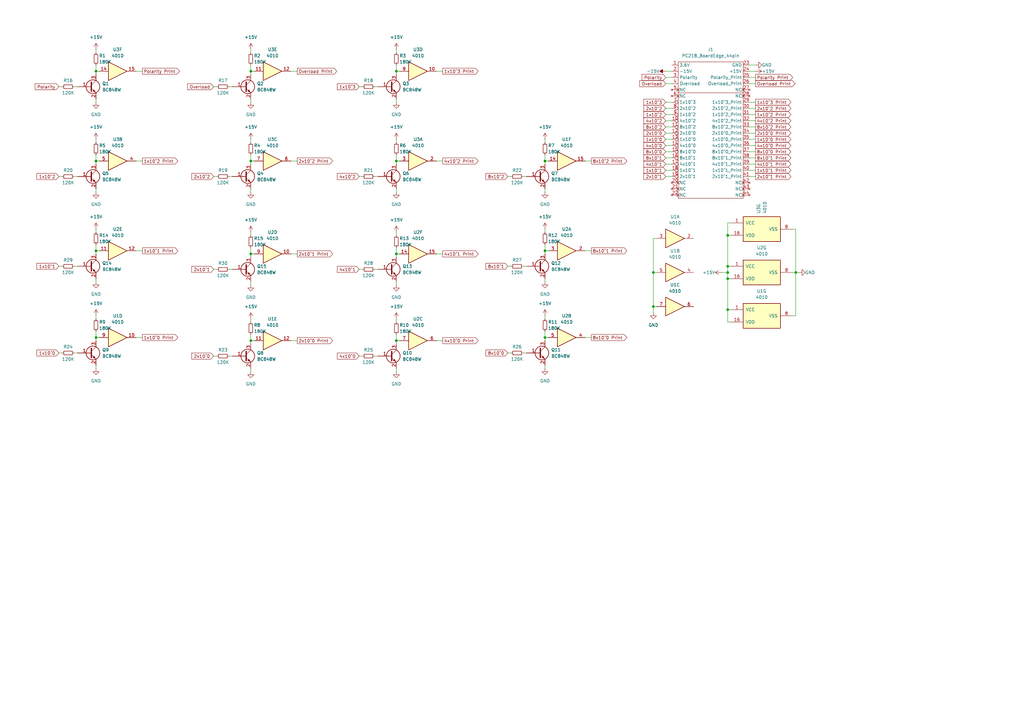
<source format=kicad_sch>
(kicad_sch (version 20211123) (generator eeschema)
  (paper "A3")
  (lib_symbols
    (symbol "4xxx:4010" (pin_names (offset 1.016))
      (property "Reference" "U" (at 0 1.27 0))
      (property "Value" "4010" (at 0 -1.27 0))
      (symbol "4010_1_0"
        (polyline (pts (xy -3.81 3.81) (xy -3.81 -3.81) (xy 3.81 0) (xy -3.81 3.81)) (stroke (width 0.254)) (fill (type background)))
        (pin output line (at 7.62 0 180) (length 3.81) (name "~") (number "2"))
        (pin input line (at -7.62 0 0) (length 3.81) (name "~") (number "3"))
      )
      (symbol "4010_2_0"
        (polyline (pts (xy -3.81 3.81) (xy -3.81 -3.81) (xy 3.81 0) (xy -3.81 3.81)) (stroke (width 0.254)) (fill (type background)))
        (pin output line (at 7.62 0 180) (length 3.81) (name "~") (number "4"))
        (pin input line (at -7.62 0 0) (length 3.81) (name "~") (number "5"))
      )
      (symbol "4010_3_0"
        (polyline (pts (xy -3.81 3.81) (xy -3.81 -3.81) (xy 3.81 0) (xy -3.81 3.81)) (stroke (width 0.254)) (fill (type background)))
        (pin output line (at 7.62 0 180) (length 3.81) (name "~") (number "6"))
        (pin input line (at -7.62 0 0) (length 3.81) (name "~") (number "7"))
      )
      (symbol "4010_4_0"
        (polyline (pts (xy -3.81 3.81) (xy -3.81 -3.81) (xy 3.81 0) (xy -3.81 3.81)) (stroke (width 0.254)) (fill (type background)))
        (pin output line (at 7.62 0 180) (length 3.81) (name "~") (number "10"))
        (pin input line (at -7.62 0 0) (length 3.81) (name "~") (number "9"))
      )
      (symbol "4010_5_0"
        (polyline (pts (xy -3.81 3.81) (xy -3.81 -3.81) (xy 3.81 0) (xy -3.81 3.81)) (stroke (width 0.254)) (fill (type background)))
        (pin input line (at -7.62 0 0) (length 3.81) (name "~") (number "11"))
        (pin output line (at 7.62 0 180) (length 3.81) (name "~") (number "12"))
      )
      (symbol "4010_6_0"
        (polyline (pts (xy -3.81 3.81) (xy -3.81 -3.81) (xy 3.81 0) (xy -3.81 3.81)) (stroke (width 0.254)) (fill (type background)))
        (pin input line (at -7.62 0 0) (length 3.81) (name "~") (number "14"))
        (pin output line (at 7.62 0 180) (length 3.81) (name "~") (number "15"))
      )
      (symbol "4010_7_0"
        (pin power_in line (at 2.54 12.7 270) (length 5.08) (name "VCC") (number "1"))
        (pin power_in line (at -2.54 12.7 270) (length 5.08) (name "VDD") (number "16"))
        (pin power_in line (at 0 -12.7 90) (length 5.08) (name "VSS") (number "8"))
      )
      (symbol "4010_7_1"
        (rectangle (start -5.08 7.62) (end 5.08 -7.62) (stroke (width 0.254)) (fill (type background)))
      )
    )
    (symbol "Device:R_Small" (pin_numbers hide) (pin_names (offset 0.254) hide)
      (property "Reference" "R" (at 0.762 0.508 0))
      (property "Value" "R_Small" (at 0.762 -1.016 0))
      (symbol "R_Small_0_1"
        (rectangle (start -0.762 1.778) (end 0.762 -1.778) (stroke (width 0.2032)))
      )
      (symbol "R_Small_1_1"
        (pin passive line (at 0 2.54 270) (length 0.762) (name "~") (number "1"))
        (pin passive line (at 0 -2.54 90) (length 0.762) (name "~") (number "2"))
      )
    )
    (symbol "Transistor_BJT:BC848W" (pin_names (offset 0) hide)
      (property "Reference" "Q" (at 5.08 1.905 0))
      (property "Value" "BC848W" (at 5.08 0 0))
      (symbol "BC848W_0_1"
        (polyline (pts (xy 0.635 0.635) (xy 2.54 2.54)))
        (polyline (pts (xy 0.635 -0.635) (xy 2.54 -2.54) (xy 2.54 -2.54)))
        (polyline (pts (xy 0.635 1.905) (xy 0.635 -1.905) (xy 0.635 -1.905)) (stroke (width 0.508)))
        (polyline (pts (xy 1.27 -1.778) (xy 1.778 -1.27) (xy 2.286 -2.286) (xy 1.27 -1.778) (xy 1.27 -1.778)) (fill (type outline)))
        (circle (center 1.27 0) (radius 2.8194) (stroke (width 0.254)))
      )
      (symbol "BC848W_1_1"
        (pin input line (at -5.08 0 0) (length 5.715) (name "B") (number "1"))
        (pin passive line (at 2.54 -5.08 90) (length 2.54) (name "E") (number "2"))
        (pin passive line (at 2.54 5.08 270) (length 2.54) (name "C") (number "3"))
      )
    )
    (symbol "keithley_615_sym_library:PC218_BoardEdge_44pin"
      (property "Reference" "J" (at -1.27 0 0))
      (property "Value" "PC218_BoardEdge_44pin" (at 0 -58.42 0))
      (symbol "PC218_BoardEdge_44pin_0_1"
        (rectangle (start -13.97 -1.27) (end 12.7 -57.15))
        (polyline (pts (xy -13.97 -13.97) (xy 12.7 -13.97)))
      )
      (symbol "PC218_BoardEdge_44pin_1_1"
        (pin power_out line (at -16.51 -2.54 0) (length 2.54) (name "3.6V") (number "1"))
        (pin output inverted (at -16.51 -25.4 0) (length 2.54) (name "4x10^2") (number "10"))
        (pin output inverted (at -16.51 -27.94 0) (length 2.54) (name "8x10^2") (number "11"))
        (pin output inverted (at -16.51 -30.48 0) (length 2.54) (name "2x10^0") (number "12"))
        (pin output inverted (at -16.51 -33.02 0) (length 2.54) (name "1x10^0") (number "13"))
        (pin output inverted (at -16.51 -35.56 0) (length 2.54) (name "4x10^0") (number "14"))
        (pin output inverted (at -16.51 -38.1 0) (length 2.54) (name "8x10^0") (number "15"))
        (pin output inverted (at -16.51 -40.64 0) (length 2.54) (name "8x10^1") (number "16"))
        (pin output inverted (at -16.51 -43.18 0) (length 2.54) (name "4x10^1") (number "17"))
        (pin output inverted (at -16.51 -45.72 0) (length 2.54) (name "1x10^1") (number "18"))
        (pin output inverted (at -16.51 -48.26 0) (length 2.54) (name "2x10^1") (number "19"))
        (pin power_out line (at -16.51 -5.08 0) (length 2.54) (name "-15V") (number "2"))
        (pin no_connect non_logic (at -16.51 -50.8 0) (length 2.54) (name "NC") (number "20"))
        (pin no_connect non_logic (at -16.51 -53.34 0) (length 2.54) (name "NC") (number "21"))
        (pin no_connect non_logic (at -16.51 -55.88 0) (length 2.54) (name "NC") (number "22"))
        (pin power_out line (at 15.24 -2.54 180) (length 2.54) (name "GND") (number "23"))
        (pin power_out line (at 15.24 -5.08 180) (length 2.54) (name "+15V") (number "24"))
        (pin input line (at 15.24 -7.62 180) (length 2.54) (name "Polarity_Print") (number "25"))
        (pin input line (at 15.24 -10.16 180) (length 2.54) (name "Overload_Print") (number "26"))
        (pin no_connect non_logic (at 15.24 -12.7 180) (length 2.54) (name "NC") (number "27"))
        (pin no_connect non_logic (at 15.24 -15.24 180) (length 2.54) (name "NC") (number "28"))
        (pin input line (at 15.24 -17.78 180) (length 2.54) (name "1x10^3_Print") (number "29"))
        (pin output line (at -16.51 -7.62 0) (length 2.54) (name "Polarity") (number "3"))
        (pin input line (at 15.24 -20.32 180) (length 2.54) (name "2x10^2_Print") (number "30"))
        (pin input line (at 15.24 -22.86 180) (length 2.54) (name "1x10^2_Print") (number "31"))
        (pin input line (at 15.24 -25.4 180) (length 2.54) (name "4x10^2_Print") (number "32"))
        (pin input line (at 15.24 -27.94 180) (length 2.54) (name "8x10^2_Print") (number "33"))
        (pin input line (at 15.24 -30.48 180) (length 2.54) (name "2x10^0_Print") (number "34"))
        (pin input line (at 15.24 -33.02 180) (length 2.54) (name "1x10^0_Print") (number "35"))
        (pin input line (at 15.24 -35.56 180) (length 2.54) (name "4x10^0_Print") (number "36"))
        (pin input line (at 15.24 -38.1 180) (length 2.54) (name "8x10^0_Print") (number "37"))
        (pin input line (at 15.24 -40.64 180) (length 2.54) (name "8x10^1_Print") (number "38"))
        (pin input line (at 15.24 -43.18 180) (length 2.54) (name "4x10^1_Print") (number "39"))
        (pin output line (at -16.51 -10.16 0) (length 2.54) (name "Overload") (number "4"))
        (pin input line (at 15.24 -45.72 180) (length 2.54) (name "1x10^1_Print") (number "40"))
        (pin input line (at 15.24 -48.26 180) (length 2.54) (name "2x10^1_Print") (number "41"))
        (pin no_connect non_logic (at 15.24 -50.8 180) (length 2.54) (name "NC") (number "42"))
        (pin no_connect non_logic (at 15.24 -53.34 180) (length 2.54) (name "NC") (number "43"))
        (pin no_connect non_logic (at 15.24 -55.88 180) (length 2.54) (name "NC") (number "44"))
        (pin no_connect non_logic (at -16.51 -12.7 0) (length 2.54) (name "NC") (number "5"))
        (pin no_connect non_logic (at -16.51 -15.24 0) (length 2.54) (name "NC") (number "6"))
        (pin output inverted (at -16.51 -17.78 0) (length 2.54) (name "1x10^3") (number "7"))
        (pin output inverted (at -16.51 -20.32 0) (length 2.54) (name "2x10^2") (number "8"))
        (pin output inverted (at -16.51 -22.86 0) (length 2.54) (name "1x10^2") (number "9"))
      )
    )
    (symbol "power:+15V" (power) (pin_names (offset 0))
      (property "Value" "+15V" (at 0 3.556 0))
      (symbol "+15V_0_1"
        (polyline (pts (xy -0.762 1.27) (xy 0 2.54)))
        (polyline (pts (xy 0 0) (xy 0 2.54)))
        (polyline (pts (xy 0 2.54) (xy 0.762 1.27)))
      )
      (symbol "+15V_1_1"
        (pin power_in line (at 0 0 90) (length 0) hide (name "+15V") (number "1"))
      )
    )
    (symbol "power:-15V" (power) (pin_names (offset 0))
      (property "Value" "-15V" (at 0 3.81 0))
      (symbol "-15V_0_0"
        (pin power_in line (at 0 0 90) (length 0) hide (name "-15V") (number "1"))
      )
      (symbol "-15V_0_1"
        (polyline (pts (xy 0 0) (xy 0 1.27) (xy 0.762 1.27) (xy 0 2.54) (xy -0.762 1.27) (xy 0 1.27)) (fill (type outline)))
      )
    )
    (symbol "power:GND" (power) (pin_names (offset 0))
      (property "Value" "GND" (at 0 -3.81 0))
      (symbol "GND_0_1"
        (polyline (pts (xy 0 0) (xy 0 -1.27) (xy 1.27 -1.27) (xy 0 -2.54) (xy -1.27 -1.27) (xy 0 -1.27)))
      )
      (symbol "GND_1_1"
        (pin power_in line (at 0 0 270) (length 0) hide (name "GND") (number "1"))
      )
    )
  )
  (junction (at 298.45 127))
  (junction (at 102.87 104.14))
  (junction (at 267.97 125.73))
  (junction (at 162.56 29.21))
  (junction (at 298.45 96.52))
  (junction (at 39.37 66.04))
  (junction (at 162.56 139.7))
  (junction (at 298.45 109.22))
  (junction (at 298.45 111.76))
  (junction (at 162.56 104.14))
  (junction (at 39.37 29.21))
  (junction (at 102.87 139.7))
  (junction (at 223.52 138.43))
  (junction (at 298.45 114.3))
  (junction (at 39.37 138.43))
  (junction (at 162.56 66.04))
  (junction (at 223.52 66.04))
  (junction (at 102.87 29.21))
  (junction (at 223.52 102.87))
  (junction (at 102.87 66.04))
  (junction (at 39.37 102.87))
  (junction (at 267.97 111.76))
  (junction (at 326.39 111.76))
  (wire (pts (xy 102.87 40.64) (xy 102.87 41.91)))
  (wire (pts (xy 325.12 93.98) (xy 326.39 93.98)))
  (wire (pts (xy 102.87 139.7) (xy 104.14 139.7)))
  (wire (pts (xy 307.34 59.69) (xy 309.88 59.69)))
  (wire (pts (xy 307.34 29.21) (xy 309.88 29.21)))
  (wire (pts (xy 39.37 130.81) (xy 39.37 129.54)))
  (wire (pts (xy 223.52 66.04) (xy 223.52 67.31)))
  (wire (pts (xy 273.05 29.21) (xy 275.59 29.21)))
  (wire (pts (xy 273.05 64.77) (xy 275.59 64.77)))
  (wire (pts (xy 298.45 109.22) (xy 299.72 109.22)))
  (wire (pts (xy 162.56 96.52) (xy 162.56 95.25)))
  (wire (pts (xy 298.45 111.76) (xy 298.45 109.22)))
  (wire (pts (xy 223.52 138.43) (xy 224.79 138.43)))
  (wire (pts (xy 273.05 52.07) (xy 275.59 52.07)))
  (wire (pts (xy 240.03 102.87) (xy 242.57 102.87)))
  (wire (pts (xy 273.05 59.69) (xy 275.59 59.69)))
  (wire (pts (xy 39.37 95.25) (xy 39.37 93.98)))
  (wire (pts (xy 273.05 67.31) (xy 275.59 67.31)))
  (wire (pts (xy 208.28 72.39) (xy 209.55 72.39)))
  (wire (pts (xy 39.37 114.3) (xy 39.37 115.57)))
  (wire (pts (xy 162.56 115.57) (xy 162.56 116.84)))
  (wire (pts (xy 269.24 97.79) (xy 267.97 97.79)))
  (wire (pts (xy 179.07 104.14) (xy 181.61 104.14)))
  (wire (pts (xy 223.52 77.47) (xy 223.52 78.74)))
  (wire (pts (xy 24.13 35.56) (xy 25.4 35.56)))
  (wire (pts (xy 325.12 111.76) (xy 326.39 111.76)))
  (wire (pts (xy 102.87 101.6) (xy 102.87 104.14)))
  (wire (pts (xy 153.67 146.05) (xy 154.94 146.05)))
  (wire (pts (xy 273.05 57.15) (xy 275.59 57.15)))
  (wire (pts (xy 307.34 69.85) (xy 309.88 69.85)))
  (wire (pts (xy 307.34 57.15) (xy 309.88 57.15)))
  (wire (pts (xy 119.38 29.21) (xy 121.92 29.21)))
  (wire (pts (xy 273.05 72.39) (xy 275.59 72.39)))
  (wire (pts (xy 162.56 40.64) (xy 162.56 41.91)))
  (wire (pts (xy 223.52 58.42) (xy 223.52 57.15)))
  (wire (pts (xy 102.87 139.7) (xy 102.87 140.97)))
  (wire (pts (xy 307.34 44.45) (xy 309.88 44.45)))
  (wire (pts (xy 162.56 132.08) (xy 162.56 130.81)))
  (wire (pts (xy 102.87 77.47) (xy 102.87 78.74)))
  (wire (pts (xy 298.45 127) (xy 299.72 127)))
  (wire (pts (xy 223.52 102.87) (xy 224.79 102.87)))
  (wire (pts (xy 102.87 104.14) (xy 104.14 104.14)))
  (wire (pts (xy 223.52 114.3) (xy 223.52 115.57)))
  (wire (pts (xy 162.56 77.47) (xy 162.56 78.74)))
  (wire (pts (xy 208.28 109.22) (xy 209.55 109.22)))
  (wire (pts (xy 299.72 91.44) (xy 298.45 91.44)))
  (wire (pts (xy 93.98 35.56) (xy 95.25 35.56)))
  (wire (pts (xy 39.37 102.87) (xy 40.64 102.87)))
  (wire (pts (xy 273.05 62.23) (xy 275.59 62.23)))
  (wire (pts (xy 87.63 35.56) (xy 88.9 35.56)))
  (wire (pts (xy 55.88 102.87) (xy 58.42 102.87)))
  (wire (pts (xy 307.34 72.39) (xy 309.88 72.39)))
  (wire (pts (xy 162.56 29.21) (xy 163.83 29.21)))
  (wire (pts (xy 273.05 46.99) (xy 275.59 46.99)))
  (wire (pts (xy 39.37 102.87) (xy 39.37 104.14)))
  (wire (pts (xy 295.91 111.76) (xy 298.45 111.76)))
  (wire (pts (xy 102.87 115.57) (xy 102.87 116.84)))
  (wire (pts (xy 87.63 110.49) (xy 88.9 110.49)))
  (wire (pts (xy 39.37 21.59) (xy 39.37 20.32)))
  (wire (pts (xy 102.87 137.16) (xy 102.87 139.7)))
  (wire (pts (xy 273.05 69.85) (xy 275.59 69.85)))
  (wire (pts (xy 39.37 100.33) (xy 39.37 102.87)))
  (wire (pts (xy 307.34 49.53) (xy 309.88 49.53)))
  (wire (pts (xy 147.32 110.49) (xy 148.59 110.49)))
  (wire (pts (xy 162.56 139.7) (xy 162.56 140.97)))
  (wire (pts (xy 307.34 31.75) (xy 309.88 31.75)))
  (wire (pts (xy 162.56 151.13) (xy 162.56 152.4)))
  (wire (pts (xy 102.87 66.04) (xy 104.14 66.04)))
  (wire (pts (xy 102.87 63.5) (xy 102.87 66.04)))
  (wire (pts (xy 223.52 130.81) (xy 223.52 129.54)))
  (wire (pts (xy 223.52 102.87) (xy 223.52 104.14)))
  (wire (pts (xy 55.88 66.04) (xy 58.42 66.04)))
  (wire (pts (xy 147.32 146.05) (xy 148.59 146.05)))
  (wire (pts (xy 307.34 64.77) (xy 309.88 64.77)))
  (wire (pts (xy 55.88 29.21) (xy 58.42 29.21)))
  (wire (pts (xy 93.98 72.39) (xy 95.25 72.39)))
  (wire (pts (xy 240.03 138.43) (xy 242.57 138.43)))
  (wire (pts (xy 162.56 104.14) (xy 163.83 104.14)))
  (wire (pts (xy 147.32 35.56) (xy 148.59 35.56)))
  (wire (pts (xy 326.39 93.98) (xy 326.39 111.76)))
  (wire (pts (xy 30.48 35.56) (xy 31.75 35.56)))
  (wire (pts (xy 147.32 72.39) (xy 148.59 72.39)))
  (wire (pts (xy 223.52 100.33) (xy 223.52 102.87)))
  (wire (pts (xy 102.87 58.42) (xy 102.87 57.15)))
  (wire (pts (xy 102.87 26.67) (xy 102.87 29.21)))
  (wire (pts (xy 267.97 125.73) (xy 267.97 128.27)))
  (wire (pts (xy 30.48 109.22) (xy 31.75 109.22)))
  (wire (pts (xy 298.45 114.3) (xy 299.72 114.3)))
  (wire (pts (xy 179.07 139.7) (xy 181.61 139.7)))
  (wire (pts (xy 273.05 54.61) (xy 275.59 54.61)))
  (wire (pts (xy 223.52 66.04) (xy 224.79 66.04)))
  (wire (pts (xy 267.97 125.73) (xy 269.24 125.73)))
  (wire (pts (xy 298.45 91.44) (xy 298.45 96.52)))
  (wire (pts (xy 273.05 34.29) (xy 275.59 34.29)))
  (wire (pts (xy 39.37 138.43) (xy 39.37 139.7)))
  (wire (pts (xy 307.34 46.99) (xy 309.88 46.99)))
  (wire (pts (xy 298.45 109.22) (xy 298.45 96.52)))
  (wire (pts (xy 55.88 138.43) (xy 58.42 138.43)))
  (wire (pts (xy 39.37 29.21) (xy 40.64 29.21)))
  (wire (pts (xy 162.56 21.59) (xy 162.56 20.32)))
  (wire (pts (xy 39.37 26.67) (xy 39.37 29.21)))
  (wire (pts (xy 267.97 111.76) (xy 269.24 111.76)))
  (wire (pts (xy 87.63 72.39) (xy 88.9 72.39)))
  (wire (pts (xy 102.87 29.21) (xy 104.14 29.21)))
  (wire (pts (xy 24.13 72.39) (xy 25.4 72.39)))
  (wire (pts (xy 39.37 29.21) (xy 39.37 30.48)))
  (wire (pts (xy 298.45 132.08) (xy 298.45 127)))
  (wire (pts (xy 39.37 66.04) (xy 40.64 66.04)))
  (wire (pts (xy 162.56 63.5) (xy 162.56 66.04)))
  (wire (pts (xy 307.34 26.67) (xy 309.88 26.67)))
  (wire (pts (xy 326.39 111.76) (xy 326.39 129.54)))
  (wire (pts (xy 273.05 31.75) (xy 275.59 31.75)))
  (wire (pts (xy 307.34 67.31) (xy 309.88 67.31)))
  (wire (pts (xy 153.67 72.39) (xy 154.94 72.39)))
  (wire (pts (xy 24.13 109.22) (xy 25.4 109.22)))
  (wire (pts (xy 162.56 58.42) (xy 162.56 57.15)))
  (wire (pts (xy 39.37 63.5) (xy 39.37 66.04)))
  (wire (pts (xy 102.87 151.13) (xy 102.87 152.4)))
  (wire (pts (xy 273.05 49.53) (xy 275.59 49.53)))
  (wire (pts (xy 214.63 72.39) (xy 215.9 72.39)))
  (wire (pts (xy 162.56 66.04) (xy 163.83 66.04)))
  (wire (pts (xy 102.87 96.52) (xy 102.87 95.25)))
  (wire (pts (xy 162.56 26.67) (xy 162.56 29.21)))
  (wire (pts (xy 208.28 144.78) (xy 209.55 144.78)))
  (wire (pts (xy 307.34 34.29) (xy 309.88 34.29)))
  (wire (pts (xy 223.52 138.43) (xy 223.52 139.7)))
  (wire (pts (xy 298.45 96.52) (xy 299.72 96.52)))
  (wire (pts (xy 326.39 111.76) (xy 327.66 111.76)))
  (wire (pts (xy 153.67 35.56) (xy 154.94 35.56)))
  (wire (pts (xy 267.97 97.79) (xy 267.97 111.76)))
  (wire (pts (xy 179.07 66.04) (xy 181.61 66.04)))
  (wire (pts (xy 93.98 146.05) (xy 95.25 146.05)))
  (wire (pts (xy 30.48 144.78) (xy 31.75 144.78)))
  (wire (pts (xy 273.05 44.45) (xy 275.59 44.45)))
  (wire (pts (xy 39.37 138.43) (xy 40.64 138.43)))
  (wire (pts (xy 119.38 66.04) (xy 121.92 66.04)))
  (wire (pts (xy 102.87 21.59) (xy 102.87 20.32)))
  (wire (pts (xy 223.52 149.86) (xy 223.52 151.13)))
  (wire (pts (xy 102.87 66.04) (xy 102.87 67.31)))
  (wire (pts (xy 307.34 41.91) (xy 309.88 41.91)))
  (wire (pts (xy 24.13 144.78) (xy 25.4 144.78)))
  (wire (pts (xy 39.37 58.42) (xy 39.37 57.15)))
  (wire (pts (xy 214.63 109.22) (xy 215.9 109.22)))
  (wire (pts (xy 119.38 104.14) (xy 121.92 104.14)))
  (wire (pts (xy 162.56 104.14) (xy 162.56 105.41)))
  (wire (pts (xy 223.52 135.89) (xy 223.52 138.43)))
  (wire (pts (xy 179.07 29.21) (xy 181.61 29.21)))
  (wire (pts (xy 162.56 66.04) (xy 162.56 67.31)))
  (wire (pts (xy 30.48 72.39) (xy 31.75 72.39)))
  (wire (pts (xy 223.52 95.25) (xy 223.52 93.98)))
  (wire (pts (xy 307.34 54.61) (xy 309.88 54.61)))
  (wire (pts (xy 119.38 139.7) (xy 121.92 139.7)))
  (wire (pts (xy 102.87 132.08) (xy 102.87 130.81)))
  (wire (pts (xy 214.63 144.78) (xy 215.9 144.78)))
  (wire (pts (xy 162.56 101.6) (xy 162.56 104.14)))
  (wire (pts (xy 267.97 111.76) (xy 267.97 125.73)))
  (wire (pts (xy 162.56 137.16) (xy 162.56 139.7)))
  (wire (pts (xy 326.39 129.54) (xy 325.12 129.54)))
  (wire (pts (xy 102.87 29.21) (xy 102.87 30.48)))
  (wire (pts (xy 93.98 110.49) (xy 95.25 110.49)))
  (wire (pts (xy 39.37 135.89) (xy 39.37 138.43)))
  (wire (pts (xy 298.45 114.3) (xy 298.45 111.76)))
  (wire (pts (xy 273.05 41.91) (xy 275.59 41.91)))
  (wire (pts (xy 39.37 66.04) (xy 39.37 67.31)))
  (wire (pts (xy 240.03 66.04) (xy 242.57 66.04)))
  (wire (pts (xy 102.87 104.14) (xy 102.87 105.41)))
  (wire (pts (xy 153.67 110.49) (xy 154.94 110.49)))
  (wire (pts (xy 299.72 132.08) (xy 298.45 132.08)))
  (wire (pts (xy 223.52 63.5) (xy 223.52 66.04)))
  (wire (pts (xy 307.34 52.07) (xy 309.88 52.07)))
  (wire (pts (xy 39.37 77.47) (xy 39.37 78.74)))
  (wire (pts (xy 298.45 127) (xy 298.45 114.3)))
  (wire (pts (xy 87.63 146.05) (xy 88.9 146.05)))
  (wire (pts (xy 39.37 40.64) (xy 39.37 41.91)))
  (wire (pts (xy 307.34 62.23) (xy 309.88 62.23)))
  (wire (pts (xy 162.56 139.7) (xy 163.83 139.7)))
  (wire (pts (xy 162.56 29.21) (xy 162.56 30.48)))
  (wire (pts (xy 39.37 149.86) (xy 39.37 151.13)))
  (global_label "8x10^0 Print" (shape output) (at 309.88 62.23 0) (property "Intersheet References" "${INTERSHEET_REFS}" (effects hide)))
  (global_label "4x10^2 Print" (shape output) (at 181.61 66.04 0) (property "Intersheet References" "${INTERSHEET_REFS}" (effects hide)))
  (global_label "4x10^2" (shape input) (at 273.05 49.53 180) (property "Intersheet References" "${INTERSHEET_REFS}" (effects hide)))
  (global_label "2x10^2" (shape input) (at 87.63 72.39 180) (property "Intersheet References" "${INTERSHEET_REFS}" (effects hide)))
  (global_label "8x10^0 Print" (shape output) (at 242.57 138.43 0) (property "Intersheet References" "${INTERSHEET_REFS}" (effects hide)))
  (global_label "1x10^2 Print" (shape output) (at 309.88 46.99 0) (property "Intersheet References" "${INTERSHEET_REFS}" (effects hide)))
  (global_label "Overload" (shape input) (at 273.05 34.29 180) (property "Intersheet References" "${INTERSHEET_REFS}" (effects hide)))
  (global_label "4x10^0 Print" (shape output) (at 181.61 139.7 0) (property "Intersheet References" "${INTERSHEET_REFS}" (effects hide)))
  (global_label "1x10^0 Print" (shape output) (at 58.42 138.43 0) (property "Intersheet References" "${INTERSHEET_REFS}" (effects hide)))
  (global_label "1x10^3" (shape input) (at 147.32 35.56 180) (property "Intersheet References" "${INTERSHEET_REFS}" (effects hide)))
  (global_label "2x10^1 Print" (shape output) (at 121.92 104.14 0) (property "Intersheet References" "${INTERSHEET_REFS}" (effects hide)))
  (global_label "2x10^2" (shape input) (at 273.05 44.45 180) (property "Intersheet References" "${INTERSHEET_REFS}" (effects hide)))
  (global_label "8x10^1 Print" (shape output) (at 309.88 64.77 0) (property "Intersheet References" "${INTERSHEET_REFS}" (effects hide)))
  (global_label "Polarity" (shape input) (at 273.05 31.75 180) (property "Intersheet References" "${INTERSHEET_REFS}" (effects hide)))
  (global_label "2x10^0" (shape input) (at 87.63 146.05 180) (property "Intersheet References" "${INTERSHEET_REFS}" (effects hide)))
  (global_label "1x10^1" (shape input) (at 24.13 109.22 180) (property "Intersheet References" "${INTERSHEET_REFS}" (effects hide)))
  (global_label "2x10^0 Print" (shape output) (at 121.92 139.7 0) (property "Intersheet References" "${INTERSHEET_REFS}" (effects hide)))
  (global_label "1x10^3 Print" (shape output) (at 181.61 29.21 0) (property "Intersheet References" "${INTERSHEET_REFS}" (effects hide)))
  (global_label "2x10^1" (shape input) (at 87.63 110.49 180) (property "Intersheet References" "${INTERSHEET_REFS}" (effects hide)))
  (global_label "1x10^2" (shape input) (at 24.13 72.39 180) (property "Intersheet References" "${INTERSHEET_REFS}" (effects hide)))
  (global_label "8x10^1" (shape input) (at 208.28 109.22 180) (property "Intersheet References" "${INTERSHEET_REFS}" (effects hide)))
  (global_label "Polarity Print" (shape output) (at 58.42 29.21 0) (property "Intersheet References" "${INTERSHEET_REFS}" (effects hide)))
  (global_label "Polarity Print" (shape output) (at 309.88 31.75 0) (property "Intersheet References" "${INTERSHEET_REFS}" (effects hide)))
  (global_label "Polarity" (shape input) (at 24.13 35.56 180) (property "Intersheet References" "${INTERSHEET_REFS}" (effects hide)))
  (global_label "8x10^0" (shape input) (at 273.05 62.23 180) (property "Intersheet References" "${INTERSHEET_REFS}" (effects hide)))
  (global_label "8x10^2 Print" (shape output) (at 309.88 52.07 0) (property "Intersheet References" "${INTERSHEET_REFS}" (effects hide)))
  (global_label "8x10^2" (shape input) (at 273.05 52.07 180) (property "Intersheet References" "${INTERSHEET_REFS}" (effects hide)))
  (global_label "1x10^1 Print" (shape output) (at 309.88 69.85 0) (property "Intersheet References" "${INTERSHEET_REFS}" (effects hide)))
  (global_label "8x10^2" (shape input) (at 208.28 72.39 180) (property "Intersheet References" "${INTERSHEET_REFS}" (effects hide)))
  (global_label "1x10^3" (shape input) (at 273.05 41.91 180) (property "Intersheet References" "${INTERSHEET_REFS}" (effects hide)))
  (global_label "1x10^0" (shape input) (at 273.05 57.15 180) (property "Intersheet References" "${INTERSHEET_REFS}" (effects hide)))
  (global_label "4x10^1" (shape input) (at 273.05 67.31 180) (property "Intersheet References" "${INTERSHEET_REFS}" (effects hide)))
  (global_label "2x10^1 Print" (shape output) (at 309.88 72.39 0) (property "Intersheet References" "${INTERSHEET_REFS}" (effects hide)))
  (global_label "1x10^3 Print" (shape output) (at 309.88 41.91 0) (property "Intersheet References" "${INTERSHEET_REFS}" (effects hide)))
  (global_label "2x10^2 Print" (shape output) (at 309.88 44.45 0) (property "Intersheet References" "${INTERSHEET_REFS}" (effects hide)))
  (global_label "2x10^2 Print" (shape output) (at 121.92 66.04 0) (property "Intersheet References" "${INTERSHEET_REFS}" (effects hide)))
  (global_label "1x10^2" (shape input) (at 273.05 46.99 180) (property "Intersheet References" "${INTERSHEET_REFS}" (effects hide)))
  (global_label "1x10^0" (shape input) (at 24.13 144.78 180) (property "Intersheet References" "${INTERSHEET_REFS}" (effects hide)))
  (global_label "Overload Print" (shape output) (at 309.88 34.29 0) (property "Intersheet References" "${INTERSHEET_REFS}" (effects hide)))
  (global_label "1x10^1" (shape input) (at 273.05 69.85 180) (property "Intersheet References" "${INTERSHEET_REFS}" (effects hide)))
  (global_label "4x10^1 Print" (shape output) (at 181.61 104.14 0) (property "Intersheet References" "${INTERSHEET_REFS}" (effects hide)))
  (global_label "8x10^2 Print" (shape output) (at 242.57 66.04 0) (property "Intersheet References" "${INTERSHEET_REFS}" (effects hide)))
  (global_label "4x10^1" (shape input) (at 147.32 110.49 180) (property "Intersheet References" "${INTERSHEET_REFS}" (effects hide)))
  (global_label "4x10^1 Print" (shape output) (at 309.88 67.31 0) (property "Intersheet References" "${INTERSHEET_REFS}" (effects hide)))
  (global_label "4x10^0" (shape input) (at 273.05 59.69 180) (property "Intersheet References" "${INTERSHEET_REFS}" (effects hide)))
  (global_label "1x10^2 Print" (shape output) (at 58.42 66.04 0) (property "Intersheet References" "${INTERSHEET_REFS}" (effects hide)))
  (global_label "2x10^0" (shape input) (at 273.05 54.61 180) (property "Intersheet References" "${INTERSHEET_REFS}" (effects hide)))
  (global_label "Overload Print" (shape output) (at 121.92 29.21 0) (property "Intersheet References" "${INTERSHEET_REFS}" (effects hide)))
  (global_label "2x10^0 Print" (shape output) (at 309.88 54.61 0) (property "Intersheet References" "${INTERSHEET_REFS}" (effects hide)))
  (global_label "4x10^0" (shape input) (at 147.32 146.05 180) (property "Intersheet References" "${INTERSHEET_REFS}" (effects hide)))
  (global_label "8x10^1 Print" (shape output) (at 242.57 102.87 0) (property "Intersheet References" "${INTERSHEET_REFS}" (effects hide)))
  (global_label "1x10^0 Print" (shape output) (at 309.88 57.15 0) (property "Intersheet References" "${INTERSHEET_REFS}" (effects hide)))
  (global_label "4x10^2" (shape input) (at 147.32 72.39 180) (property "Intersheet References" "${INTERSHEET_REFS}" (effects hide)))
  (global_label "4x10^0 Print" (shape output) (at 309.88 59.69 0) (property "Intersheet References" "${INTERSHEET_REFS}" (effects hide)))
  (global_label "4x10^2 Print" (shape output) (at 309.88 49.53 0) (property "Intersheet References" "${INTERSHEET_REFS}" (effects hide)))
  (global_label "Overload" (shape input) (at 87.63 35.56 180) (property "Intersheet References" "${INTERSHEET_REFS}" (effects hide)))
  (global_label "8x10^0" (shape input) (at 208.28 144.78 180) (property "Intersheet References" "${INTERSHEET_REFS}" (effects hide)))
  (global_label "1x10^1 Print" (shape output) (at 58.42 102.87 0) (property "Intersheet References" "${INTERSHEET_REFS}" (effects hide)))
  (global_label "2x10^1" (shape input) (at 273.05 72.39 180) (property "Intersheet References" "${INTERSHEET_REFS}" (effects hide)))
  (global_label "8x10^1" (shape input) (at 273.05 64.77 180) (property "Intersheet References" "${INTERSHEET_REFS}" (effects hide)))
  (symbol (lib_id "Transistor_BJT:BC848W") (at 100.33 35.56 0) (unit 1)
    (property "Reference" "Q2" (at 105.41 34.2899 0) (effects (justify left)))
    (property "Value" "BC848W" (at 105.41 36.8299 0) (effects (justify left)))
    (property "Footprint" "Package_TO_SOT_SMD:SOT-323_SC-70" (effects hide))
    (property "Datasheet" "http://www.infineon.com/dgdl/Infineon-BC847SERIES_BC848SERIES_BC849SERIES_BC850SERIES-DS-v01_01-en.pdf?fileId=db3a304314dca389011541d4630a1657" (effects hide))
  )
  (symbol (lib_id "4xxx:4010") (at 232.41 66.04 0) (unit 6)
    (property "Reference" "U1" (at 232.41 57.15 0))
    (property "Value" "4010" (at 232.41 59.69 0))
    (property "Footprint" "Package_SO:SOIC-16_3.9x9.9mm_P1.27mm" (effects hide))
    (property "Datasheet" "http://www.ti.com/lit/ds/symlink/cd4010b-q1.pdf" (effects hide))
  )
  (symbol (lib_id "4xxx:4010") (at 48.26 102.87 0) (unit 5)
    (property "Reference" "U2" (at 48.26 93.98 0))
    (property "Value" "4010" (at 48.26 96.52 0))
    (property "Footprint" "Package_SO:SOIC-16_3.9x9.9mm_P1.27mm" (effects hide))
    (property "Datasheet" "http://www.ti.com/lit/ds/symlink/cd4010b-q1.pdf" (effects hide))
  )
  (symbol (lib_id "Device:R_Small") (at 27.94 35.56 90) (unit 1)
    (property "Reference" "R16" (at 27.94 33.02 90))
    (property "Value" "120K" (at 27.94 38.1 90))
    (property "Footprint" "Resistor_SMD:R_0603_1608Metric" (effects hide))
  )
  (symbol (lib_id "keithley_615_sym_library:PC218_BoardEdge_44pin") (at 292.1 24.13 0) (unit 1)
    (property "Reference" "J1" (at 291.465 20.32 0))
    (property "Value" "PC218_BoardEdge_44pin" (at 291.465 22.86 0))
    (property "Footprint" "keithley_615_part_library:PC218_Edge_Connector" (effects hide))
  )
  (symbol (lib_id "power:+15V") (at 223.52 57.15 0) (unit 1)
    (property "Reference" "#PWR0130" (effects hide))
    (property "Value" "+15V" (at 223.52 52.07 0))
  )
  (symbol (lib_id "power:+15V") (at 162.56 95.25 0) (unit 1)
    (property "Reference" "#PWR0126" (effects hide))
    (property "Value" "+15V" (at 162.56 90.17 0))
  )
  (symbol (lib_id "4xxx:4010") (at 276.86 97.79 0) (unit 1)
    (property "Reference" "U1" (at 276.86 88.9 0))
    (property "Value" "4010" (at 276.86 91.44 0))
    (property "Footprint" "Package_SO:SOIC-16_3.9x9.9mm_P1.27mm" (effects hide))
    (property "Datasheet" "http://www.ti.com/lit/ds/symlink/cd4010b-q1.pdf" (effects hide))
  )
  (symbol (lib_id "Transistor_BJT:BC848W") (at 160.02 110.49 0) (unit 1)
    (property "Reference" "Q13" (at 165.1 109.2199 0) (effects (justify left)))
    (property "Value" "BC848W" (at 165.1 111.7599 0) (effects (justify left)))
    (property "Footprint" "Package_TO_SOT_SMD:SOT-323_SC-70" (effects hide))
    (property "Datasheet" "http://www.infineon.com/dgdl/Infineon-BC847SERIES_BC848SERIES_BC849SERIES_BC850SERIES-DS-v01_01-en.pdf?fileId=db3a304314dca389011541d4630a1657" (effects hide))
  )
  (symbol (lib_id "power:GND") (at 223.52 78.74 0) (unit 1)
    (property "Reference" "#PWR0131" (effects hide))
    (property "Value" "GND" (at 223.52 83.82 0))
  )
  (symbol (lib_id "power:+15V") (at 162.56 130.81 0) (unit 1)
    (property "Reference" "#PWR0128" (effects hide))
    (property "Value" "+15V" (at 162.56 125.73 0))
  )
  (symbol (lib_id "power:+15V") (at 39.37 20.32 0) (unit 1)
    (property "Reference" "#PWR0104" (effects hide))
    (property "Value" "+15V" (at 39.37 15.24 0))
  )
  (symbol (lib_id "Device:R_Small") (at 223.52 60.96 0) (unit 1)
    (property "Reference" "R7" (at 224.79 59.69 0) (effects (justify left)))
    (property "Value" "180K" (at 224.79 62.23 0) (effects (justify left)))
    (property "Footprint" "Resistor_SMD:R_0603_1608Metric" (effects hide))
  )
  (symbol (lib_id "power:+15V") (at 295.91 111.76 90) (unit 1)
    (property "Reference" "#PWR0103" (effects hide))
    (property "Value" "+15V" (at 293.37 111.76 90) (effects (justify left)))
  )
  (symbol (lib_id "power:GND") (at 39.37 78.74 0) (unit 1)
    (property "Reference" "#PWR0110" (effects hide))
    (property "Value" "GND" (at 39.37 83.82 0))
  )
  (symbol (lib_id "power:+15V") (at 223.52 93.98 0) (unit 1)
    (property "Reference" "#PWR0132" (effects hide))
    (property "Value" "+15V" (at 223.52 88.9 0))
  )
  (symbol (lib_id "power:GND") (at 309.88 26.67 90) (unit 1)
    (property "Reference" "#PWR0107" (effects hide))
    (property "Value" "GND" (at 312.42 26.67 90) (effects (justify right)))
  )
  (symbol (lib_id "Device:R_Small") (at 27.94 72.39 90) (unit 1)
    (property "Reference" "R20" (at 27.94 69.85 90))
    (property "Value" "120K" (at 27.94 74.93 90))
    (property "Footprint" "Resistor_SMD:R_0603_1608Metric" (effects hide))
  )
  (symbol (lib_id "4xxx:4010") (at 276.86 111.76 0) (unit 2)
    (property "Reference" "U1" (at 276.86 102.87 0))
    (property "Value" "4010" (at 276.86 105.41 0))
    (property "Footprint" "Package_SO:SOIC-16_3.9x9.9mm_P1.27mm" (effects hide))
    (property "Datasheet" "http://www.ti.com/lit/ds/symlink/cd4010b-q1.pdf" (effects hide))
  )
  (symbol (lib_id "Transistor_BJT:BC848W") (at 220.98 144.78 0) (unit 1)
    (property "Reference" "Q11" (at 226.06 143.5099 0) (effects (justify left)))
    (property "Value" "BC848W" (at 226.06 146.0499 0) (effects (justify left)))
    (property "Footprint" "Package_TO_SOT_SMD:SOT-323_SC-70" (effects hide))
    (property "Datasheet" "http://www.infineon.com/dgdl/Infineon-BC847SERIES_BC848SERIES_BC849SERIES_BC850SERIES-DS-v01_01-en.pdf?fileId=db3a304314dca389011541d4630a1657" (effects hide))
  )
  (symbol (lib_id "Device:R_Small") (at 27.94 109.22 90) (unit 1)
    (property "Reference" "R29" (at 27.94 106.68 90))
    (property "Value" "120K" (at 27.94 111.76 90))
    (property "Footprint" "Resistor_SMD:R_0603_1608Metric" (effects hide))
  )
  (symbol (lib_id "Device:R_Small") (at 223.52 97.79 0) (unit 1)
    (property "Reference" "R12" (at 224.79 96.52 0) (effects (justify left)))
    (property "Value" "180K" (at 224.79 99.06 0) (effects (justify left)))
    (property "Footprint" "Resistor_SMD:R_0603_1608Metric" (effects hide))
  )
  (symbol (lib_id "power:GND") (at 162.56 78.74 0) (unit 1)
    (property "Reference" "#PWR0117" (effects hide))
    (property "Value" "GND" (at 162.56 83.82 0))
  )
  (symbol (lib_id "power:+15V") (at 223.52 129.54 0) (unit 1)
    (property "Reference" "#PWR0134" (effects hide))
    (property "Value" "+15V" (at 223.52 124.46 0))
  )
  (symbol (lib_id "Device:R_Small") (at 212.09 144.78 90) (unit 1)
    (property "Reference" "R26" (at 212.09 142.24 90))
    (property "Value" "120K" (at 212.09 147.32 90))
    (property "Footprint" "Resistor_SMD:R_0603_1608Metric" (effects hide))
  )
  (symbol (lib_id "power:GND") (at 162.56 116.84 0) (unit 1)
    (property "Reference" "#PWR0129" (effects hide))
    (property "Value" "GND" (at 162.56 121.92 0))
  )
  (symbol (lib_id "power:GND") (at 39.37 151.13 0) (unit 1)
    (property "Reference" "#PWR0121" (effects hide))
    (property "Value" "GND" (at 39.37 156.21 0))
  )
  (symbol (lib_id "Device:R_Small") (at 39.37 97.79 0) (unit 1)
    (property "Reference" "R14" (at 40.64 96.52 0) (effects (justify left)))
    (property "Value" "180K" (at 40.64 99.06 0) (effects (justify left)))
    (property "Footprint" "Resistor_SMD:R_0603_1608Metric" (effects hide))
  )
  (symbol (lib_id "power:+15V") (at 39.37 93.98 0) (unit 1)
    (property "Reference" "#PWR0118" (effects hide))
    (property "Value" "+15V" (at 39.37 88.9 0))
  )
  (symbol (lib_id "Transistor_BJT:BC848W") (at 36.83 35.56 0) (unit 1)
    (property "Reference" "Q1" (at 41.91 34.2899 0) (effects (justify left)))
    (property "Value" "BC848W" (at 41.91 36.8299 0) (effects (justify left)))
    (property "Footprint" "Package_TO_SOT_SMD:SOT-323_SC-70" (effects hide))
    (property "Datasheet" "http://www.infineon.com/dgdl/Infineon-BC847SERIES_BC848SERIES_BC849SERIES_BC850SERIES-DS-v01_01-en.pdf?fileId=db3a304314dca389011541d4630a1657" (effects hide))
  )
  (symbol (lib_id "Device:R_Small") (at 39.37 133.35 0) (unit 1)
    (property "Reference" "R9" (at 40.64 132.08 0) (effects (justify left)))
    (property "Value" "180K" (at 40.64 134.62 0) (effects (justify left)))
    (property "Footprint" "Resistor_SMD:R_0603_1608Metric" (effects hide))
  )
  (symbol (lib_id "4xxx:4010") (at 111.76 66.04 0) (unit 3)
    (property "Reference" "U3" (at 111.76 57.15 0))
    (property "Value" "4010" (at 111.76 59.69 0))
    (property "Footprint" "Package_SO:SOIC-16_3.9x9.9mm_P1.27mm" (effects hide))
    (property "Datasheet" "http://www.ti.com/lit/ds/symlink/cd4010b-q1.pdf" (effects hide))
  )
  (symbol (lib_id "power:+15V") (at 102.87 57.15 0) (unit 1)
    (property "Reference" "#PWR0113" (effects hide))
    (property "Value" "+15V" (at 102.87 52.07 0))
  )
  (symbol (lib_id "Transistor_BJT:BC848W") (at 160.02 35.56 0) (unit 1)
    (property "Reference" "Q3" (at 165.1 34.2899 0) (effects (justify left)))
    (property "Value" "BC848W" (at 165.1 36.8299 0) (effects (justify left)))
    (property "Footprint" "Package_TO_SOT_SMD:SOT-323_SC-70" (effects hide))
    (property "Datasheet" "http://www.infineon.com/dgdl/Infineon-BC847SERIES_BC848SERIES_BC849SERIES_BC850SERIES-DS-v01_01-en.pdf?fileId=db3a304314dca389011541d4630a1657" (effects hide))
  )
  (symbol (lib_id "Transistor_BJT:BC848W") (at 36.83 144.78 0) (unit 1)
    (property "Reference" "Q9" (at 41.91 143.5099 0) (effects (justify left)))
    (property "Value" "BC848W" (at 41.91 146.0499 0) (effects (justify left)))
    (property "Footprint" "Package_TO_SOT_SMD:SOT-323_SC-70" (effects hide))
    (property "Datasheet" "http://www.infineon.com/dgdl/Infineon-BC847SERIES_BC848SERIES_BC849SERIES_BC850SERIES-DS-v01_01-en.pdf?fileId=db3a304314dca389011541d4630a1657" (effects hide))
  )
  (symbol (lib_id "Transistor_BJT:BC848W") (at 36.83 72.39 0) (unit 1)
    (property "Reference" "Q5" (at 41.91 71.1199 0) (effects (justify left)))
    (property "Value" "BC848W" (at 41.91 73.6599 0) (effects (justify left)))
    (property "Footprint" "Package_TO_SOT_SMD:SOT-323_SC-70" (effects hide))
    (property "Datasheet" "http://www.infineon.com/dgdl/Infineon-BC847SERIES_BC848SERIES_BC849SERIES_BC850SERIES-DS-v01_01-en.pdf?fileId=db3a304314dca389011541d4630a1657" (effects hide))
  )
  (symbol (lib_id "Transistor_BJT:BC848W") (at 36.83 109.22 0) (unit 1)
    (property "Reference" "Q14" (at 41.91 107.9499 0) (effects (justify left)))
    (property "Value" "BC848W" (at 41.91 110.4899 0) (effects (justify left)))
    (property "Footprint" "Package_TO_SOT_SMD:SOT-323_SC-70" (effects hide))
    (property "Datasheet" "http://www.infineon.com/dgdl/Infineon-BC847SERIES_BC848SERIES_BC849SERIES_BC850SERIES-DS-v01_01-en.pdf?fileId=db3a304314dca389011541d4630a1657" (effects hide))
  )
  (symbol (lib_id "power:GND") (at 223.52 151.13 0) (unit 1)
    (property "Reference" "#PWR0135" (effects hide))
    (property "Value" "GND" (at 223.52 156.21 0))
  )
  (symbol (lib_id "Transistor_BJT:BC848W") (at 160.02 146.05 0) (unit 1)
    (property "Reference" "Q10" (at 165.1 144.7799 0) (effects (justify left)))
    (property "Value" "BC848W" (at 165.1 147.3199 0) (effects (justify left)))
    (property "Footprint" "Package_TO_SOT_SMD:SOT-323_SC-70" (effects hide))
    (property "Datasheet" "http://www.infineon.com/dgdl/Infineon-BC847SERIES_BC848SERIES_BC849SERIES_BC850SERIES-DS-v01_01-en.pdf?fileId=db3a304314dca389011541d4630a1657" (effects hide))
  )
  (symbol (lib_id "Device:R_Small") (at 102.87 24.13 0) (unit 1)
    (property "Reference" "R2" (at 104.14 22.86 0) (effects (justify left)))
    (property "Value" "180K" (at 104.14 25.4 0) (effects (justify left)))
    (property "Footprint" "Resistor_SMD:R_0603_1608Metric" (effects hide))
  )
  (symbol (lib_id "Transistor_BJT:BC848W") (at 100.33 72.39 0) (unit 1)
    (property "Reference" "Q4" (at 105.41 71.1199 0) (effects (justify left)))
    (property "Value" "BC848W" (at 105.41 73.6599 0) (effects (justify left)))
    (property "Footprint" "Package_TO_SOT_SMD:SOT-323_SC-70" (effects hide))
    (property "Datasheet" "http://www.infineon.com/dgdl/Infineon-BC847SERIES_BC848SERIES_BC849SERIES_BC850SERIES-DS-v01_01-en.pdf?fileId=db3a304314dca389011541d4630a1657" (effects hide))
  )
  (symbol (lib_id "4xxx:4010") (at 171.45 104.14 0) (unit 6)
    (property "Reference" "U2" (at 171.45 95.25 0))
    (property "Value" "4010" (at 171.45 97.79 0))
    (property "Footprint" "Package_SO:SOIC-16_3.9x9.9mm_P1.27mm" (effects hide))
    (property "Datasheet" "http://www.ti.com/lit/ds/symlink/cd4010b-q1.pdf" (effects hide))
  )
  (symbol (lib_id "power:GND") (at 102.87 116.84 0) (unit 1)
    (property "Reference" "#PWR0123" (effects hide))
    (property "Value" "GND" (at 102.87 121.92 0))
  )
  (symbol (lib_id "Device:R_Small") (at 102.87 60.96 0) (unit 1)
    (property "Reference" "R4" (at 104.14 59.69 0) (effects (justify left)))
    (property "Value" "180K" (at 104.14 62.23 0) (effects (justify left)))
    (property "Footprint" "Resistor_SMD:R_0603_1608Metric" (effects hide))
  )
  (symbol (lib_id "Device:R_Small") (at 151.13 110.49 90) (unit 1)
    (property "Reference" "R28" (at 151.13 107.95 90))
    (property "Value" "120K" (at 151.13 113.03 90))
    (property "Footprint" "Resistor_SMD:R_0603_1608Metric" (effects hide))
  )
  (symbol (lib_id "Transistor_BJT:BC848W") (at 100.33 146.05 0) (unit 1)
    (property "Reference" "Q8" (at 105.41 144.7799 0) (effects (justify left)))
    (property "Value" "BC848W" (at 105.41 147.3199 0) (effects (justify left)))
    (property "Footprint" "Package_TO_SOT_SMD:SOT-323_SC-70" (effects hide))
    (property "Datasheet" "http://www.infineon.com/dgdl/Infineon-BC847SERIES_BC848SERIES_BC849SERIES_BC850SERIES-DS-v01_01-en.pdf?fileId=db3a304314dca389011541d4630a1657" (effects hide))
  )
  (symbol (lib_id "Transistor_BJT:BC848W") (at 100.33 110.49 0) (unit 1)
    (property "Reference" "Q15" (at 105.41 109.2199 0) (effects (justify left)))
    (property "Value" "BC848W" (at 105.41 111.7599 0) (effects (justify left)))
    (property "Footprint" "Package_TO_SOT_SMD:SOT-323_SC-70" (effects hide))
    (property "Datasheet" "http://www.infineon.com/dgdl/Infineon-BC847SERIES_BC848SERIES_BC849SERIES_BC850SERIES-DS-v01_01-en.pdf?fileId=db3a304314dca389011541d4630a1657" (effects hide))
  )
  (symbol (lib_id "power:+15V") (at 102.87 20.32 0) (unit 1)
    (property "Reference" "#PWR0114" (effects hide))
    (property "Value" "+15V" (at 102.87 15.24 0))
  )
  (symbol (lib_id "power:GND") (at 162.56 152.4 0) (unit 1)
    (property "Reference" "#PWR0127" (effects hide))
    (property "Value" "GND" (at 162.56 157.48 0))
  )
  (symbol (lib_id "4xxx:4010") (at 171.45 139.7 0) (unit 3)
    (property "Reference" "U2" (at 171.45 130.81 0))
    (property "Value" "4010" (at 171.45 133.35 0))
    (property "Footprint" "Package_SO:SOIC-16_3.9x9.9mm_P1.27mm" (effects hide))
    (property "Datasheet" "http://www.ti.com/lit/ds/symlink/cd4010b-q1.pdf" (effects hide))
  )
  (symbol (lib_id "power:+15V") (at 102.87 130.81 0) (unit 1)
    (property "Reference" "#PWR0125" (effects hide))
    (property "Value" "+15V" (at 102.87 125.73 0))
  )
  (symbol (lib_id "power:GND") (at 102.87 41.91 0) (unit 1)
    (property "Reference" "#PWR0112" (effects hide))
    (property "Value" "GND" (at 102.87 46.99 0))
  )
  (symbol (lib_id "power:GND") (at 267.97 128.27 0) (unit 1)
    (property "Reference" "#PWR0136" (effects hide))
    (property "Value" "GND" (at 267.97 133.35 0))
  )
  (symbol (lib_id "power:GND") (at 102.87 78.74 0) (unit 1)
    (property "Reference" "#PWR0115" (effects hide))
    (property "Value" "GND" (at 102.87 83.82 0))
  )
  (symbol (lib_id "Device:R_Small") (at 91.44 110.49 90) (unit 1)
    (property "Reference" "R30" (at 91.44 107.95 90))
    (property "Value" "120K" (at 91.44 113.03 90))
    (property "Footprint" "Resistor_SMD:R_0603_1608Metric" (effects hide))
  )
  (symbol (lib_id "Device:R_Small") (at 162.56 134.62 0) (unit 1)
    (property "Reference" "R10" (at 163.83 133.35 0) (effects (justify left)))
    (property "Value" "180K" (at 163.83 135.89 0) (effects (justify left)))
    (property "Footprint" "Resistor_SMD:R_0603_1608Metric" (effects hide))
  )
  (symbol (lib_id "power:+15V") (at 162.56 57.15 0) (unit 1)
    (property "Reference" "#PWR0116" (effects hide))
    (property "Value" "+15V" (at 162.56 52.07 0))
  )
  (symbol (lib_id "power:GND") (at 162.56 41.91 0) (unit 1)
    (property "Reference" "#PWR0109" (effects hide))
    (property "Value" "GND" (at 162.56 46.99 0))
  )
  (symbol (lib_id "4xxx:4010") (at 111.76 104.14 0) (unit 4)
    (property "Reference" "U2" (at 111.76 95.25 0))
    (property "Value" "4010" (at 111.76 97.79 0))
    (property "Footprint" "Package_SO:SOIC-16_3.9x9.9mm_P1.27mm" (effects hide))
    (property "Datasheet" "http://www.ti.com/lit/ds/symlink/cd4010b-q1.pdf" (effects hide))
  )
  (symbol (lib_id "Device:R_Small") (at 27.94 144.78 90) (unit 1)
    (property "Reference" "R24" (at 27.94 142.24 90))
    (property "Value" "120K" (at 27.94 147.32 90))
    (property "Footprint" "Resistor_SMD:R_0603_1608Metric" (effects hide))
  )
  (symbol (lib_id "Device:R_Small") (at 162.56 60.96 0) (unit 1)
    (property "Reference" "R6" (at 163.83 59.69 0) (effects (justify left)))
    (property "Value" "180K" (at 163.83 62.23 0) (effects (justify left)))
    (property "Footprint" "Resistor_SMD:R_0603_1608Metric" (effects hide))
  )
  (symbol (lib_id "Device:R_Small") (at 162.56 24.13 0) (unit 1)
    (property "Reference" "R3" (at 163.83 22.86 0) (effects (justify left)))
    (property "Value" "180K" (at 163.83 25.4 0) (effects (justify left)))
    (property "Footprint" "Resistor_SMD:R_0603_1608Metric" (effects hide))
  )
  (symbol (lib_id "power:+15V") (at 162.56 20.32 0) (unit 1)
    (property "Reference" "#PWR0108" (effects hide))
    (property "Value" "+15V" (at 162.56 15.24 0))
  )
  (symbol (lib_id "Device:R_Small") (at 39.37 60.96 0) (unit 1)
    (property "Reference" "R5" (at 40.64 59.69 0) (effects (justify left)))
    (property "Value" "180K" (at 40.64 62.23 0) (effects (justify left)))
    (property "Footprint" "Resistor_SMD:R_0603_1608Metric" (effects hide))
  )
  (symbol (lib_id "Transistor_BJT:BC848W") (at 160.02 72.39 0) (unit 1)
    (property "Reference" "Q6" (at 165.1 71.1199 0) (effects (justify left)))
    (property "Value" "BC848W" (at 165.1 73.6599 0) (effects (justify left)))
    (property "Footprint" "Package_TO_SOT_SMD:SOT-323_SC-70" (effects hide))
    (property "Datasheet" "http://www.infineon.com/dgdl/Infineon-BC847SERIES_BC848SERIES_BC849SERIES_BC850SERIES-DS-v01_01-en.pdf?fileId=db3a304314dca389011541d4630a1657" (effects hide))
  )
  (symbol (lib_id "4xxx:4010") (at 111.76 29.21 0) (unit 5)
    (property "Reference" "U3" (at 111.76 20.32 0))
    (property "Value" "4010" (at 111.76 22.86 0))
    (property "Footprint" "Package_SO:SOIC-16_3.9x9.9mm_P1.27mm" (effects hide))
    (property "Datasheet" "http://www.ti.com/lit/ds/symlink/cd4010b-q1.pdf" (effects hide))
  )
  (symbol (lib_id "4xxx:4010") (at 232.41 102.87 0) (unit 1)
    (property "Reference" "U2" (at 232.41 93.98 0))
    (property "Value" "4010" (at 232.41 96.52 0))
    (property "Footprint" "Package_SO:SOIC-16_3.9x9.9mm_P1.27mm" (effects hide))
    (property "Datasheet" "http://www.ti.com/lit/ds/symlink/cd4010b-q1.pdf" (effects hide))
  )
  (symbol (lib_id "power:GND") (at 223.52 115.57 0) (unit 1)
    (property "Reference" "#PWR0133" (effects hide))
    (property "Value" "GND" (at 223.52 120.65 0))
  )
  (symbol (lib_id "4xxx:4010") (at 232.41 138.43 0) (unit 2)
    (property "Reference" "U2" (at 232.41 129.54 0))
    (property "Value" "4010" (at 232.41 132.08 0))
    (property "Footprint" "Package_SO:SOIC-16_3.9x9.9mm_P1.27mm" (effects hide))
    (property "Datasheet" "http://www.ti.com/lit/ds/symlink/cd4010b-q1.pdf" (effects hide))
  )
  (symbol (lib_id "Device:R_Small") (at 223.52 133.35 0) (unit 1)
    (property "Reference" "R11" (at 224.79 132.08 0) (effects (justify left)))
    (property "Value" "180K" (at 224.79 134.62 0) (effects (justify left)))
    (property "Footprint" "Resistor_SMD:R_0603_1608Metric" (effects hide))
  )
  (symbol (lib_id "Transistor_BJT:BC848W") (at 220.98 72.39 0) (unit 1)
    (property "Reference" "Q7" (at 226.06 71.1199 0) (effects (justify left)))
    (property "Value" "BC848W" (at 226.06 73.6599 0) (effects (justify left)))
    (property "Footprint" "Package_TO_SOT_SMD:SOT-323_SC-70" (effects hide))
    (property "Datasheet" "http://www.infineon.com/dgdl/Infineon-BC847SERIES_BC848SERIES_BC849SERIES_BC850SERIES-DS-v01_01-en.pdf?fileId=db3a304314dca389011541d4630a1657" (effects hide))
  )
  (symbol (lib_id "power:GND") (at 327.66 111.76 90) (unit 1)
    (property "Reference" "#PWR0102" (effects hide))
    (property "Value" "GND" (at 330.2 111.76 90) (effects (justify right)))
  )
  (symbol (lib_id "Device:R_Small") (at 39.37 24.13 0) (unit 1)
    (property "Reference" "R1" (at 40.64 22.86 0) (effects (justify left)))
    (property "Value" "180K" (at 40.64 25.4 0) (effects (justify left)))
    (property "Footprint" "Resistor_SMD:R_0603_1608Metric" (effects hide))
  )
  (symbol (lib_id "Device:R_Small") (at 151.13 146.05 90) (unit 1)
    (property "Reference" "R25" (at 151.13 143.51 90))
    (property "Value" "120K" (at 151.13 148.59 90))
    (property "Footprint" "Resistor_SMD:R_0603_1608Metric" (effects hide))
  )
  (symbol (lib_id "Device:R_Small") (at 102.87 134.62 0) (unit 1)
    (property "Reference" "R8" (at 104.14 133.35 0) (effects (justify left)))
    (property "Value" "180K" (at 104.14 135.89 0) (effects (justify left)))
    (property "Footprint" "Resistor_SMD:R_0603_1608Metric" (effects hide))
  )
  (symbol (lib_id "4xxx:4010") (at 312.42 93.98 90) (unit 7)
    (property "Reference" "U3" (at 311.1499 87.63 0) (effects (justify left)))
    (property "Value" "4010" (at 313.6899 87.63 0) (effects (justify left)))
    (property "Footprint" "Package_SO:SOIC-16_3.9x9.9mm_P1.27mm" (effects hide))
    (property "Datasheet" "http://www.ti.com/lit/ds/symlink/cd4010b-q1.pdf" (effects hide))
  )
  (symbol (lib_id "4xxx:4010") (at 111.76 139.7 0) (unit 5)
    (property "Reference" "U1" (at 111.76 130.81 0))
    (property "Value" "4010" (at 111.76 133.35 0))
    (property "Footprint" "Package_SO:SOIC-16_3.9x9.9mm_P1.27mm" (effects hide))
    (property "Datasheet" "http://www.ti.com/lit/ds/symlink/cd4010b-q1.pdf" (effects hide))
  )
  (symbol (lib_id "power:+15V") (at 309.88 29.21 270) (unit 1)
    (property "Reference" "#PWR0106" (effects hide))
    (property "Value" "+15V" (at 312.42 29.21 90) (effects (justify left)))
  )
  (symbol (lib_id "4xxx:4010") (at 48.26 138.43 0) (unit 4)
    (property "Reference" "U1" (at 48.26 129.54 0))
    (property "Value" "4010" (at 48.26 132.08 0))
    (property "Footprint" "Package_SO:SOIC-16_3.9x9.9mm_P1.27mm" (effects hide))
    (property "Datasheet" "http://www.ti.com/lit/ds/symlink/cd4010b-q1.pdf" (effects hide))
  )
  (symbol (lib_id "power:+15V") (at 39.37 129.54 0) (unit 1)
    (property "Reference" "#PWR0119" (effects hide))
    (property "Value" "+15V" (at 39.37 124.46 0))
  )
  (symbol (lib_id "power:+15V") (at 102.87 95.25 0) (unit 1)
    (property "Reference" "#PWR0122" (effects hide))
    (property "Value" "+15V" (at 102.87 90.17 0))
  )
  (symbol (lib_id "Device:R_Small") (at 151.13 72.39 90) (unit 1)
    (property "Reference" "R21" (at 151.13 69.85 90))
    (property "Value" "120K" (at 151.13 74.93 90))
    (property "Footprint" "Resistor_SMD:R_0603_1608Metric" (effects hide))
  )
  (symbol (lib_id "power:GND") (at 39.37 41.91 0) (unit 1)
    (property "Reference" "#PWR0101" (effects hide))
    (property "Value" "GND" (at 39.37 46.99 0))
  )
  (symbol (lib_id "power:-15V") (at 273.05 29.21 90) (unit 1)
    (property "Reference" "#PWR0105" (effects hide))
    (property "Value" "-15V" (at 270.51 29.21 90) (effects (justify left)))
  )
  (symbol (lib_id "power:+15V") (at 39.37 57.15 0) (unit 1)
    (property "Reference" "#PWR0111" (effects hide))
    (property "Value" "+15V" (at 39.37 52.07 0))
  )
  (symbol (lib_id "Transistor_BJT:BC848W") (at 220.98 109.22 0) (unit 1)
    (property "Reference" "Q12" (at 226.06 107.9499 0) (effects (justify left)))
    (property "Value" "BC848W" (at 226.06 110.4899 0) (effects (justify left)))
    (property "Footprint" "Package_TO_SOT_SMD:SOT-323_SC-70" (effects hide))
    (property "Datasheet" "http://www.infineon.com/dgdl/Infineon-BC847SERIES_BC848SERIES_BC849SERIES_BC850SERIES-DS-v01_01-en.pdf?fileId=db3a304314dca389011541d4630a1657" (effects hide))
  )
  (symbol (lib_id "4xxx:4010") (at 48.26 29.21 0) (unit 6)
    (property "Reference" "U3" (at 48.26 20.32 0))
    (property "Value" "4010" (at 48.26 22.86 0))
    (property "Footprint" "Package_SO:SOIC-16_3.9x9.9mm_P1.27mm" (effects hide))
    (property "Datasheet" "http://www.ti.com/lit/ds/symlink/cd4010b-q1.pdf" (effects hide))
  )
  (symbol (lib_id "Device:R_Small") (at 91.44 35.56 90) (unit 1)
    (property "Reference" "R17" (at 91.44 33.02 90))
    (property "Value" "120K" (at 91.44 38.1 90))
    (property "Footprint" "Resistor_SMD:R_0603_1608Metric" (effects hide))
  )
  (symbol (lib_id "Device:R_Small") (at 91.44 72.39 90) (unit 1)
    (property "Reference" "R19" (at 91.44 69.85 90))
    (property "Value" "120K" (at 91.44 74.93 90))
    (property "Footprint" "Resistor_SMD:R_0603_1608Metric" (effects hide))
  )
  (symbol (lib_id "Device:R_Small") (at 151.13 35.56 90) (unit 1)
    (property "Reference" "R18" (at 151.13 33.02 90))
    (property "Value" "120K" (at 151.13 38.1 90))
    (property "Footprint" "Resistor_SMD:R_0603_1608Metric" (effects hide))
  )
  (symbol (lib_id "power:GND") (at 102.87 152.4 0) (unit 1)
    (property "Reference" "#PWR0124" (effects hide))
    (property "Value" "GND" (at 102.87 157.48 0))
  )
  (symbol (lib_id "power:GND") (at 39.37 115.57 0) (unit 1)
    (property "Reference" "#PWR0120" (effects hide))
    (property "Value" "GND" (at 39.37 120.65 0))
  )
  (symbol (lib_id "4xxx:4010") (at 171.45 29.21 0) (unit 4)
    (property "Reference" "U3" (at 171.45 20.32 0))
    (property "Value" "4010" (at 171.45 22.86 0))
    (property "Footprint" "Package_SO:SOIC-16_3.9x9.9mm_P1.27mm" (effects hide))
    (property "Datasheet" "http://www.ti.com/lit/ds/symlink/cd4010b-q1.pdf" (effects hide))
  )
  (symbol (lib_id "4xxx:4010") (at 48.26 66.04 0) (unit 2)
    (property "Reference" "U3" (at 48.26 57.15 0))
    (property "Value" "4010" (at 48.26 59.69 0))
    (property "Footprint" "Package_SO:SOIC-16_3.9x9.9mm_P1.27mm" (effects hide))
    (property "Datasheet" "http://www.ti.com/lit/ds/symlink/cd4010b-q1.pdf" (effects hide))
  )
  (symbol (lib_id "Device:R_Small") (at 91.44 146.05 90) (unit 1)
    (property "Reference" "R23" (at 91.44 143.51 90))
    (property "Value" "120K" (at 91.44 148.59 90))
    (property "Footprint" "Resistor_SMD:R_0603_1608Metric" (effects hide))
  )
  (symbol (lib_id "4xxx:4010") (at 171.45 66.04 0) (unit 1)
    (property "Reference" "U3" (at 171.45 57.15 0))
    (property "Value" "4010" (at 171.45 59.69 0))
    (property "Footprint" "Package_SO:SOIC-16_3.9x9.9mm_P1.27mm" (effects hide))
    (property "Datasheet" "http://www.ti.com/lit/ds/symlink/cd4010b-q1.pdf" (effects hide))
  )
  (symbol (lib_id "4xxx:4010") (at 312.42 111.76 90) (unit 7)
    (property "Reference" "U2" (at 312.42 101.6 90))
    (property "Value" "4010" (at 312.42 104.14 90))
    (property "Footprint" "Package_SO:SOIC-16_3.9x9.9mm_P1.27mm" (effects hide))
    (property "Datasheet" "http://www.ti.com/lit/ds/symlink/cd4010b-q1.pdf" (effects hide))
  )
  (symbol (lib_id "Device:R_Small") (at 162.56 99.06 0) (unit 1)
    (property "Reference" "R13" (at 163.83 97.79 0) (effects (justify left)))
    (property "Value" "180K" (at 163.83 100.33 0) (effects (justify left)))
    (property "Footprint" "Resistor_SMD:R_0603_1608Metric" (effects hide))
  )
  (symbol (lib_id "Device:R_Small") (at 212.09 72.39 90) (unit 1)
    (property "Reference" "R22" (at 212.09 69.85 90))
    (property "Value" "120K" (at 212.09 74.93 90))
    (property "Footprint" "Resistor_SMD:R_0603_1608Metric" (effects hide))
  )
  (symbol (lib_id "Device:R_Small") (at 212.09 109.22 90) (unit 1)
    (property "Reference" "R27" (at 212.09 106.68 90))
    (property "Value" "120K" (at 212.09 111.76 90))
    (property "Footprint" "Resistor_SMD:R_0603_1608Metric" (effects hide))
  )
  (symbol (lib_id "4xxx:4010") (at 276.86 125.73 0) (unit 3)
    (property "Reference" "U1" (at 276.86 116.84 0))
    (property "Value" "4010" (at 276.86 119.38 0))
    (property "Footprint" "Package_SO:SOIC-16_3.9x9.9mm_P1.27mm" (effects hide))
    (property "Datasheet" "http://www.ti.com/lit/ds/symlink/cd4010b-q1.pdf" (effects hide))
  )
  (symbol (lib_id "Device:R_Small") (at 102.87 99.06 0) (unit 1)
    (property "Reference" "R15" (at 104.14 97.79 0) (effects (justify left)))
    (property "Value" "180K" (at 104.14 100.33 0) (effects (justify left)))
    (property "Footprint" "Resistor_SMD:R_0603_1608Metric" (effects hide))
  )
  (symbol (lib_id "4xxx:4010") (at 312.42 129.54 90) (unit 7)
    (property "Reference" "U1" (at 312.42 119.38 90))
    (property "Value" "4010" (at 312.42 121.92 90))
    (property "Footprint" "Package_SO:SOIC-16_3.9x9.9mm_P1.27mm" (effects hide))
    (property "Datasheet" "http://www.ti.com/lit/ds/symlink/cd4010b-q1.pdf" (effects hide))
  )
)
</source>
